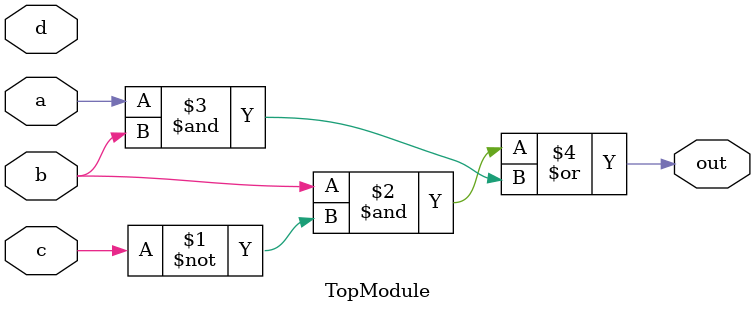
<source format=sv>
module TopModule
(
  input  logic a,
  input  logic b,
  input  logic c,
  input  logic d,
  output logic out
);

  // Combinational logic

  assign out = (b & ~c) | (a & b);

endmodule
</source>
